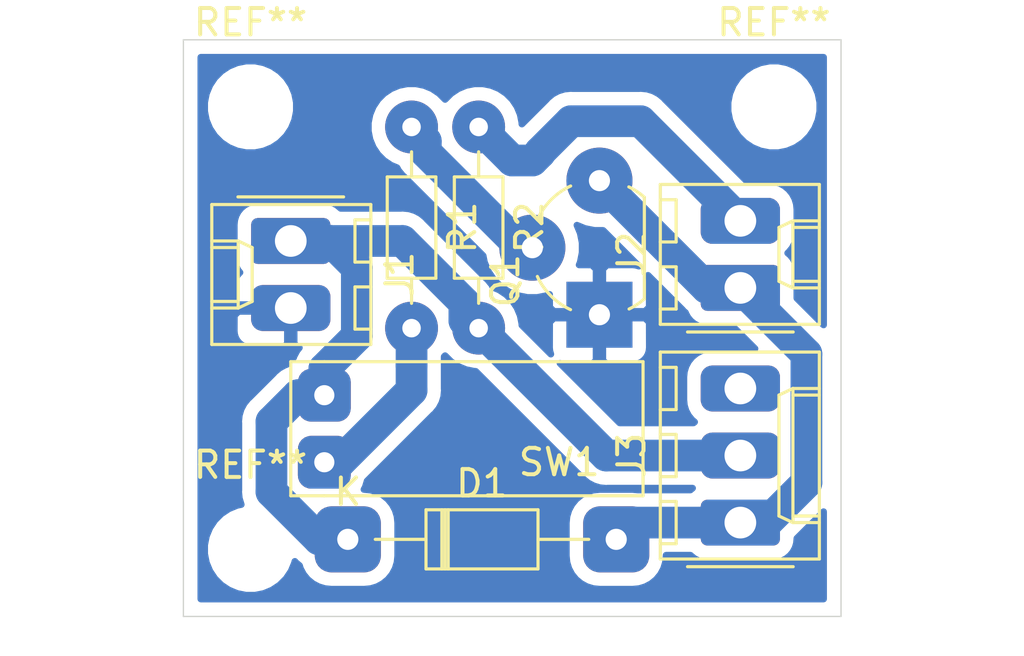
<source format=kicad_pcb>
(kicad_pcb (version 20171130) (host pcbnew 5.1.5+dfsg1-2build2)

  (general
    (thickness 1.6)
    (drawings 4)
    (tracks 42)
    (zones 0)
    (modules 11)
    (nets 8)
  )

  (page A4)
  (layers
    (0 F.Cu signal)
    (31 B.Cu signal)
    (32 B.Adhes user)
    (33 F.Adhes user)
    (34 B.Paste user)
    (35 F.Paste user)
    (36 B.SilkS user)
    (37 F.SilkS user)
    (38 B.Mask user)
    (39 F.Mask user)
    (40 Dwgs.User user)
    (41 Cmts.User user)
    (42 Eco1.User user)
    (43 Eco2.User user)
    (44 Edge.Cuts user)
    (45 Margin user)
    (46 B.CrtYd user)
    (47 F.CrtYd user)
    (48 B.Fab user)
    (49 F.Fab user)
  )

  (setup
    (last_trace_width 1.2)
    (trace_clearance 0.4)
    (zone_clearance 0.508)
    (zone_45_only no)
    (trace_min 0.2)
    (via_size 0.8)
    (via_drill 0.4)
    (via_min_size 0.4)
    (via_min_drill 0.3)
    (uvia_size 0.3)
    (uvia_drill 0.1)
    (uvias_allowed no)
    (uvia_min_size 0.2)
    (uvia_min_drill 0.1)
    (edge_width 0.05)
    (segment_width 0.2)
    (pcb_text_width 0.3)
    (pcb_text_size 1.5 1.5)
    (mod_edge_width 0.12)
    (mod_text_size 1 1)
    (mod_text_width 0.15)
    (pad_size 2.5 2.5)
    (pad_drill 0.8)
    (pad_to_mask_clearance 0.051)
    (solder_mask_min_width 0.25)
    (aux_axis_origin 56.642 73.787)
    (grid_origin 56.642 73.787)
    (visible_elements FFFFFF7F)
    (pcbplotparams
      (layerselection 0x010fc_ffffffff)
      (usegerberextensions false)
      (usegerberattributes false)
      (usegerberadvancedattributes false)
      (creategerberjobfile false)
      (excludeedgelayer true)
      (linewidth 0.100000)
      (plotframeref false)
      (viasonmask false)
      (mode 1)
      (useauxorigin true)
      (hpglpennumber 1)
      (hpglpenspeed 20)
      (hpglpendiameter 15.000000)
      (psnegative false)
      (psa4output false)
      (plotreference true)
      (plotvalue true)
      (plotinvisibletext false)
      (padsonsilk false)
      (subtractmaskfromsilk false)
      (outputformat 1)
      (mirror false)
      (drillshape 0)
      (scaleselection 1)
      (outputdirectory "gerber"))
  )

  (net 0 "")
  (net 1 "Net-(D1-Pad1)")
  (net 2 "Net-(D1-Pad2)")
  (net 3 GND)
  (net 4 "Net-(J2-Pad2)")
  (net 5 "Net-(J3-Pad3)")
  (net 6 "Net-(R1-Pad2)")
  (net 7 "Net-(Q1-Pad2)")

  (net_class Default "Ceci est la Netclass par défaut."
    (clearance 0.4)
    (trace_width 1.2)
    (via_dia 0.8)
    (via_drill 0.4)
    (uvia_dia 0.3)
    (uvia_drill 0.1)
    (add_net GND)
    (add_net "Net-(D1-Pad1)")
    (add_net "Net-(D1-Pad2)")
    (add_net "Net-(J2-Pad2)")
    (add_net "Net-(J3-Pad3)")
    (add_net "Net-(Q1-Pad2)")
    (add_net "Net-(R1-Pad2)")
  )

  (module Package_TO_SOT_THT:TO-92L_Wide (layer F.Cu) (tedit 5FA5C137) (tstamp 5FA0D026)
    (at 72.39 84.201 90)
    (descr "TO-92L leads in-line (large body variant of TO-92), also known as TO-226, wide, drill 0.75mm (see https://www.diodes.com/assets/Package-Files/TO92L.pdf and http://www.ti.com/lit/an/snoa059/snoa059.pdf)")
    (tags "TO-92L Molded Wide transistor")
    (path /5FA47A23)
    (fp_text reference Q1 (at 1.29 -3.56 90) (layer F.SilkS)
      (effects (font (size 1 1) (thickness 0.15)))
    )
    (fp_text value Q_NPN_Darlington_EBC (at 1.29 2.79 90) (layer F.Fab)
      (effects (font (size 1 1) (thickness 0.15)))
    )
    (fp_arc (start 2.54 0) (end 4.45 1.7) (angle -15.88591585) (layer F.SilkS) (width 0.12))
    (fp_arc (start 2.54 0) (end 2.54 -2.48) (angle -130.2499344) (layer F.Fab) (width 0.1))
    (fp_arc (start 2.54 0) (end 2.54 -2.48) (angle 129.9527847) (layer F.Fab) (width 0.1))
    (fp_arc (start 2.54 0) (end 3.6 -2.35) (angle 40.72153779) (layer F.SilkS) (width 0.12))
    (fp_arc (start 2.54 0) (end 1.45 -2.35) (angle -40.11670855) (layer F.SilkS) (width 0.12))
    (fp_arc (start 2.54 0) (end 0.6 1.7) (angle 15.44288892) (layer F.SilkS) (width 0.12))
    (fp_line (start 0.65 1.6) (end 4.4 1.6) (layer F.Fab) (width 0.1))
    (fp_line (start 0.6 1.7) (end 4.45 1.7) (layer F.SilkS) (width 0.12))
    (fp_text user %R (at 1.29 -3.56 90) (layer F.Fab)
      (effects (font (size 1 1) (thickness 0.15)))
    )
    (fp_line (start -1 1.85) (end 6.1 1.85) (layer B.CrtYd) (width 0.05))
    (fp_line (start 6.1 1.85) (end 6.1 -3.55) (layer B.CrtYd) (width 0.05))
    (fp_line (start 6.1 -3.55) (end -1 -3.55) (layer B.CrtYd) (width 0.05))
    (fp_line (start -1 -3.55) (end -1 1.85) (layer B.CrtYd) (width 0.05))
    (pad 1 thru_hole rect (at 0 0 180) (size 2.5 2.5) (drill 0.8) (layers *.Cu *.Mask)
      (net 3 GND))
    (pad 3 thru_hole circle (at 5.08 0 180) (size 2.5 2.5) (drill 0.8) (layers *.Cu *.Mask)
      (net 2 "Net-(D1-Pad2)"))
    (pad 2 thru_hole circle (at 2.54 -2.54 180) (size 2.5 2.5) (drill 0.8) (layers *.Cu *.Mask)
      (net 7 "Net-(Q1-Pad2)"))
    (model ${KISYS3DMOD}/Package_TO_SOT_THT.3dshapes/TO-92L_Wide.wrl
      (at (xyz 0 0 0))
      (scale (xyz 1 1 1))
      (rotate (xyz 0 0 0))
    )
  )

  (module MountingHole:MountingHole_2.2mm_M2 (layer F.Cu) (tedit 56D1B4CB) (tstamp 5FA6161D)
    (at 78.994 76.327)
    (descr "Mounting Hole 2.2mm, no annular, M2")
    (tags "mounting hole 2.2mm no annular m2")
    (attr virtual)
    (fp_text reference REF** (at 0 -3.2) (layer F.SilkS)
      (effects (font (size 1 1) (thickness 0.15)))
    )
    (fp_text value MountingHole_2.2mm_M2 (at 0 3.2) (layer F.Fab)
      (effects (font (size 1 1) (thickness 0.15)))
    )
    (fp_circle (center 0 0) (end 2.45 0) (layer F.CrtYd) (width 0.05))
    (fp_circle (center 0 0) (end 2.2 0) (layer Cmts.User) (width 0.15))
    (fp_text user %R (at 0.3 0) (layer F.Fab)
      (effects (font (size 1 1) (thickness 0.15)))
    )
    (pad 1 np_thru_hole circle (at 0 0) (size 2.2 2.2) (drill 2.2) (layers *.Cu *.Mask))
  )

  (module MountingHole:MountingHole_2.2mm_M2 (layer F.Cu) (tedit 56D1B4CB) (tstamp 5FA61607)
    (at 59.182 93.091)
    (descr "Mounting Hole 2.2mm, no annular, M2")
    (tags "mounting hole 2.2mm no annular m2")
    (attr virtual)
    (fp_text reference REF** (at 0 -3.2) (layer F.SilkS)
      (effects (font (size 1 1) (thickness 0.15)))
    )
    (fp_text value MountingHole_2.2mm_M2 (at 0 3.2) (layer F.Fab)
      (effects (font (size 1 1) (thickness 0.15)))
    )
    (fp_circle (center 0 0) (end 2.45 0) (layer F.CrtYd) (width 0.05))
    (fp_circle (center 0 0) (end 2.2 0) (layer Cmts.User) (width 0.15))
    (fp_text user %R (at 0.3 0) (layer F.Fab)
      (effects (font (size 1 1) (thickness 0.15)))
    )
    (pad 1 np_thru_hole circle (at 0 0) (size 2.2 2.2) (drill 2.2) (layers *.Cu *.Mask))
  )

  (module MountingHole:MountingHole_2.2mm_M2 (layer F.Cu) (tedit 56D1B4CB) (tstamp 5FA615E8)
    (at 59.182 76.327)
    (descr "Mounting Hole 2.2mm, no annular, M2")
    (tags "mounting hole 2.2mm no annular m2")
    (attr virtual)
    (fp_text reference REF** (at 0 -3.2) (layer F.SilkS)
      (effects (font (size 1 1) (thickness 0.15)))
    )
    (fp_text value MountingHole_2.2mm_M2 (at 0 3.2) (layer F.Fab)
      (effects (font (size 1 1) (thickness 0.15)))
    )
    (fp_circle (center 0 0) (end 2.45 0) (layer F.CrtYd) (width 0.05))
    (fp_circle (center 0 0) (end 2.2 0) (layer Cmts.User) (width 0.15))
    (fp_text user %R (at 0.3 0) (layer F.Fab)
      (effects (font (size 1 1) (thickness 0.15)))
    )
    (pad 1 np_thru_hole circle (at 0 0) (size 2.2 2.2) (drill 2.2) (layers *.Cu *.Mask))
  )

  (module Diode_THT:D_DO-35_SOD27_P10.16mm_Horizontal (layer F.Cu) (tedit 5FA5C03D) (tstamp 5FA0C1CC)
    (at 62.865 92.71)
    (descr "Diode, DO-35_SOD27 series, Axial, Horizontal, pin pitch=10.16mm, , length*diameter=4*2mm^2, , http://www.diodes.com/_files/packages/DO-35.pdf")
    (tags "Diode DO-35_SOD27 series Axial Horizontal pin pitch 10.16mm  length 4mm diameter 2mm")
    (path /5FA1C13D)
    (fp_text reference D1 (at 5.08 -2.12) (layer F.SilkS)
      (effects (font (size 1 1) (thickness 0.15)))
    )
    (fp_text value D (at 5.08 2.12) (layer F.Fab)
      (effects (font (size 1 1) (thickness 0.15)))
    )
    (fp_line (start 3.08 -1) (end 3.08 1) (layer F.Fab) (width 0.1))
    (fp_line (start 3.08 1) (end 7.08 1) (layer F.Fab) (width 0.1))
    (fp_line (start 7.08 1) (end 7.08 -1) (layer F.Fab) (width 0.1))
    (fp_line (start 7.08 -1) (end 3.08 -1) (layer F.Fab) (width 0.1))
    (fp_line (start 0 0) (end 3.08 0) (layer F.Fab) (width 0.1))
    (fp_line (start 10.16 0) (end 7.08 0) (layer F.Fab) (width 0.1))
    (fp_line (start 3.68 -1) (end 3.68 1) (layer F.Fab) (width 0.1))
    (fp_line (start 3.78 -1) (end 3.78 1) (layer F.Fab) (width 0.1))
    (fp_line (start 3.58 -1) (end 3.58 1) (layer F.Fab) (width 0.1))
    (fp_line (start 2.96 -1.12) (end 2.96 1.12) (layer F.SilkS) (width 0.12))
    (fp_line (start 2.96 1.12) (end 7.2 1.12) (layer F.SilkS) (width 0.12))
    (fp_line (start 7.2 1.12) (end 7.2 -1.12) (layer F.SilkS) (width 0.12))
    (fp_line (start 7.2 -1.12) (end 2.96 -1.12) (layer F.SilkS) (width 0.12))
    (fp_line (start 1.04 0) (end 2.96 0) (layer F.SilkS) (width 0.12))
    (fp_line (start 9.12 0) (end 7.2 0) (layer F.SilkS) (width 0.12))
    (fp_line (start 3.68 -1.12) (end 3.68 1.12) (layer F.SilkS) (width 0.12))
    (fp_line (start 3.8 -1.12) (end 3.8 1.12) (layer F.SilkS) (width 0.12))
    (fp_line (start 3.56 -1.12) (end 3.56 1.12) (layer F.SilkS) (width 0.12))
    (fp_line (start -1.05 -1.25) (end -1.05 1.25) (layer F.CrtYd) (width 0.05))
    (fp_line (start -1.05 1.25) (end 11.21 1.25) (layer F.CrtYd) (width 0.05))
    (fp_line (start 11.21 1.25) (end 11.21 -1.25) (layer F.CrtYd) (width 0.05))
    (fp_line (start 11.21 -1.25) (end -1.05 -1.25) (layer F.CrtYd) (width 0.05))
    (fp_text user %R (at 5.38 0) (layer F.Fab)
      (effects (font (size 0.8 0.8) (thickness 0.12)))
    )
    (fp_text user K (at 0 -1.8) (layer F.Fab)
      (effects (font (size 1 1) (thickness 0.15)))
    )
    (fp_text user K (at 0 -1.8) (layer F.SilkS)
      (effects (font (size 1 1) (thickness 0.15)))
    )
    (pad 1 thru_hole roundrect (at 0 0) (size 2.5 2.5) (drill 0.8) (layers *.Cu *.Mask) (roundrect_rratio 0.25)
      (net 1 "Net-(D1-Pad1)"))
    (pad 2 thru_hole roundrect (at 10.16 0) (size 2.5 2.5) (drill 0.8) (layers *.Cu *.Mask) (roundrect_rratio 0.25)
      (net 2 "Net-(D1-Pad2)"))
    (model ${KISYS3DMOD}/Diode_THT.3dshapes/D_DO-35_SOD27_P10.16mm_Horizontal.wrl
      (at (xyz 0 0 0))
      (scale (xyz 1 1 1))
      (rotate (xyz 0 0 0))
    )
  )

  (module Connector_Molex:Molex_KK-254_AE-6410-02A_1x02_P2.54mm_Vertical (layer F.Cu) (tedit 5FA5C082) (tstamp 5FA0C1F0)
    (at 60.706 81.407 270)
    (descr "Molex KK-254 Interconnect System, old/engineering part number: AE-6410-02A example for new part number: 22-27-2021, 2 Pins (http://www.molex.com/pdm_docs/sd/022272021_sd.pdf), generated with kicad-footprint-generator")
    (tags "connector Molex KK-254 side entry")
    (path /5FA0676E)
    (fp_text reference J1 (at 1.27 -4.12 90) (layer F.SilkS)
      (effects (font (size 1 1) (thickness 0.15)))
    )
    (fp_text value Battery (at 1.27 4.08 90) (layer F.Fab)
      (effects (font (size 1 1) (thickness 0.15)))
    )
    (fp_line (start -1.27 -2.92) (end -1.27 2.88) (layer F.Fab) (width 0.1))
    (fp_line (start -1.27 2.88) (end 3.81 2.88) (layer F.Fab) (width 0.1))
    (fp_line (start 3.81 2.88) (end 3.81 -2.92) (layer F.Fab) (width 0.1))
    (fp_line (start 3.81 -2.92) (end -1.27 -2.92) (layer F.Fab) (width 0.1))
    (fp_line (start -1.38 -3.03) (end -1.38 2.99) (layer F.SilkS) (width 0.12))
    (fp_line (start -1.38 2.99) (end 3.92 2.99) (layer F.SilkS) (width 0.12))
    (fp_line (start 3.92 2.99) (end 3.92 -3.03) (layer F.SilkS) (width 0.12))
    (fp_line (start 3.92 -3.03) (end -1.38 -3.03) (layer F.SilkS) (width 0.12))
    (fp_line (start -1.67 -2) (end -1.67 2) (layer F.SilkS) (width 0.12))
    (fp_line (start -1.27 -0.5) (end -0.562893 0) (layer F.Fab) (width 0.1))
    (fp_line (start -0.562893 0) (end -1.27 0.5) (layer F.Fab) (width 0.1))
    (fp_line (start 0 2.99) (end 0 1.99) (layer F.SilkS) (width 0.12))
    (fp_line (start 0 1.99) (end 2.54 1.99) (layer F.SilkS) (width 0.12))
    (fp_line (start 2.54 1.99) (end 2.54 2.99) (layer F.SilkS) (width 0.12))
    (fp_line (start 0 1.99) (end 0.25 1.46) (layer F.SilkS) (width 0.12))
    (fp_line (start 0.25 1.46) (end 2.29 1.46) (layer F.SilkS) (width 0.12))
    (fp_line (start 2.29 1.46) (end 2.54 1.99) (layer F.SilkS) (width 0.12))
    (fp_line (start 0.25 2.99) (end 0.25 1.99) (layer F.SilkS) (width 0.12))
    (fp_line (start 2.29 2.99) (end 2.29 1.99) (layer F.SilkS) (width 0.12))
    (fp_line (start -0.8 -3.03) (end -0.8 -2.43) (layer F.SilkS) (width 0.12))
    (fp_line (start -0.8 -2.43) (end 0.8 -2.43) (layer F.SilkS) (width 0.12))
    (fp_line (start 0.8 -2.43) (end 0.8 -3.03) (layer F.SilkS) (width 0.12))
    (fp_line (start 1.74 -3.03) (end 1.74 -2.43) (layer F.SilkS) (width 0.12))
    (fp_line (start 1.74 -2.43) (end 3.34 -2.43) (layer F.SilkS) (width 0.12))
    (fp_line (start 3.34 -2.43) (end 3.34 -3.03) (layer F.SilkS) (width 0.12))
    (fp_line (start -1.77 -3.42) (end -1.77 3.38) (layer F.CrtYd) (width 0.05))
    (fp_line (start -1.77 3.38) (end 4.31 3.38) (layer F.CrtYd) (width 0.05))
    (fp_line (start 4.31 3.38) (end 4.31 -3.42) (layer F.CrtYd) (width 0.05))
    (fp_line (start 4.31 -3.42) (end -1.77 -3.42) (layer F.CrtYd) (width 0.05))
    (fp_text user %R (at 1.27 -2.22 90) (layer F.Fab)
      (effects (font (size 1 1) (thickness 0.15)))
    )
    (pad 1 thru_hole roundrect (at 0 0 270) (size 1.74 3) (drill 1.2) (layers *.Cu *.Mask) (roundrect_rratio 0.144)
      (net 1 "Net-(D1-Pad1)"))
    (pad 2 thru_hole roundrect (at 2.54 0 270) (size 1.74 3) (drill 1.2) (layers *.Cu *.Mask) (roundrect_rratio 0.25)
      (net 3 GND))
    (model ${KISYS3DMOD}/Connector_Molex.3dshapes/Molex_KK-254_AE-6410-02A_1x02_P2.54mm_Vertical.wrl
      (at (xyz 0 0 0))
      (scale (xyz 1 1 1))
      (rotate (xyz 0 0 0))
    )
  )

  (module Connector_Molex:Molex_KK-254_AE-6410-02A_1x02_P2.54mm_Vertical (layer F.Cu) (tedit 5FA5C06E) (tstamp 5FA0C214)
    (at 77.724 83.185 90)
    (descr "Molex KK-254 Interconnect System, old/engineering part number: AE-6410-02A example for new part number: 22-27-2021, 2 Pins (http://www.molex.com/pdm_docs/sd/022272021_sd.pdf), generated with kicad-footprint-generator")
    (tags "connector Molex KK-254 side entry")
    (path /5FA07073)
    (fp_text reference J2 (at 1.27 -4.12 90) (layer F.SilkS)
      (effects (font (size 1 1) (thickness 0.15)))
    )
    (fp_text value LED (at 1.27 4.08 90) (layer F.Fab)
      (effects (font (size 1 1) (thickness 0.15)))
    )
    (fp_text user %R (at 1.27 -2.22 90) (layer F.Fab)
      (effects (font (size 1 1) (thickness 0.15)))
    )
    (fp_line (start 4.31 -3.42) (end -1.77 -3.42) (layer F.CrtYd) (width 0.05))
    (fp_line (start 4.31 3.38) (end 4.31 -3.42) (layer F.CrtYd) (width 0.05))
    (fp_line (start -1.77 3.38) (end 4.31 3.38) (layer F.CrtYd) (width 0.05))
    (fp_line (start -1.77 -3.42) (end -1.77 3.38) (layer F.CrtYd) (width 0.05))
    (fp_line (start 3.34 -2.43) (end 3.34 -3.03) (layer F.SilkS) (width 0.12))
    (fp_line (start 1.74 -2.43) (end 3.34 -2.43) (layer F.SilkS) (width 0.12))
    (fp_line (start 1.74 -3.03) (end 1.74 -2.43) (layer F.SilkS) (width 0.12))
    (fp_line (start 0.8 -2.43) (end 0.8 -3.03) (layer F.SilkS) (width 0.12))
    (fp_line (start -0.8 -2.43) (end 0.8 -2.43) (layer F.SilkS) (width 0.12))
    (fp_line (start -0.8 -3.03) (end -0.8 -2.43) (layer F.SilkS) (width 0.12))
    (fp_line (start 2.29 2.99) (end 2.29 1.99) (layer F.SilkS) (width 0.12))
    (fp_line (start 0.25 2.99) (end 0.25 1.99) (layer F.SilkS) (width 0.12))
    (fp_line (start 2.29 1.46) (end 2.54 1.99) (layer F.SilkS) (width 0.12))
    (fp_line (start 0.25 1.46) (end 2.29 1.46) (layer F.SilkS) (width 0.12))
    (fp_line (start 0 1.99) (end 0.25 1.46) (layer F.SilkS) (width 0.12))
    (fp_line (start 2.54 1.99) (end 2.54 2.99) (layer F.SilkS) (width 0.12))
    (fp_line (start 0 1.99) (end 2.54 1.99) (layer F.SilkS) (width 0.12))
    (fp_line (start 0 2.99) (end 0 1.99) (layer F.SilkS) (width 0.12))
    (fp_line (start -0.562893 0) (end -1.27 0.5) (layer F.Fab) (width 0.1))
    (fp_line (start -1.27 -0.5) (end -0.562893 0) (layer F.Fab) (width 0.1))
    (fp_line (start -1.67 -2) (end -1.67 2) (layer F.SilkS) (width 0.12))
    (fp_line (start 3.92 -3.03) (end -1.38 -3.03) (layer F.SilkS) (width 0.12))
    (fp_line (start 3.92 2.99) (end 3.92 -3.03) (layer F.SilkS) (width 0.12))
    (fp_line (start -1.38 2.99) (end 3.92 2.99) (layer F.SilkS) (width 0.12))
    (fp_line (start -1.38 -3.03) (end -1.38 2.99) (layer F.SilkS) (width 0.12))
    (fp_line (start 3.81 -2.92) (end -1.27 -2.92) (layer F.Fab) (width 0.1))
    (fp_line (start 3.81 2.88) (end 3.81 -2.92) (layer F.Fab) (width 0.1))
    (fp_line (start -1.27 2.88) (end 3.81 2.88) (layer F.Fab) (width 0.1))
    (fp_line (start -1.27 -2.92) (end -1.27 2.88) (layer F.Fab) (width 0.1))
    (pad 2 thru_hole roundrect (at 2.54 0 90) (size 1.74 3) (drill 1.2) (layers *.Cu *.Mask) (roundrect_rratio 0.25)
      (net 4 "Net-(J2-Pad2)"))
    (pad 1 thru_hole roundrect (at 0 0 90) (size 1.74 3) (drill 1.2) (layers *.Cu *.Mask) (roundrect_rratio 0.144)
      (net 2 "Net-(D1-Pad2)"))
    (model ${KISYS3DMOD}/Connector_Molex.3dshapes/Molex_KK-254_AE-6410-02A_1x02_P2.54mm_Vertical.wrl
      (at (xyz 0 0 0))
      (scale (xyz 1 1 1))
      (rotate (xyz 0 0 0))
    )
  )

  (module Connector_Molex:Molex_KK-254_AE-6410-03A_1x03_P2.54mm_Vertical (layer F.Cu) (tedit 5FA5C078) (tstamp 5FA0C23C)
    (at 77.724 92.075 90)
    (descr "Molex KK-254 Interconnect System, old/engineering part number: AE-6410-03A example for new part number: 22-27-2031, 3 Pins (http://www.molex.com/pdm_docs/sd/022272021_sd.pdf), generated with kicad-footprint-generator")
    (tags "connector Molex KK-254 side entry")
    (path /5FA07A2A)
    (fp_text reference J3 (at 2.54 -4.12 90) (layer F.SilkS)
      (effects (font (size 1 1) (thickness 0.15)))
    )
    (fp_text value "DC Motor" (at 2.54 4.08 90) (layer F.Fab)
      (effects (font (size 1 1) (thickness 0.15)))
    )
    (fp_line (start -1.27 -2.92) (end -1.27 2.88) (layer F.Fab) (width 0.1))
    (fp_line (start -1.27 2.88) (end 6.35 2.88) (layer F.Fab) (width 0.1))
    (fp_line (start 6.35 2.88) (end 6.35 -2.92) (layer F.Fab) (width 0.1))
    (fp_line (start 6.35 -2.92) (end -1.27 -2.92) (layer F.Fab) (width 0.1))
    (fp_line (start -1.38 -3.03) (end -1.38 2.99) (layer F.SilkS) (width 0.12))
    (fp_line (start -1.38 2.99) (end 6.46 2.99) (layer F.SilkS) (width 0.12))
    (fp_line (start 6.46 2.99) (end 6.46 -3.03) (layer F.SilkS) (width 0.12))
    (fp_line (start 6.46 -3.03) (end -1.38 -3.03) (layer F.SilkS) (width 0.12))
    (fp_line (start -1.67 -2) (end -1.67 2) (layer F.SilkS) (width 0.12))
    (fp_line (start -1.27 -0.5) (end -0.562893 0) (layer F.Fab) (width 0.1))
    (fp_line (start -0.562893 0) (end -1.27 0.5) (layer F.Fab) (width 0.1))
    (fp_line (start 0 2.99) (end 0 1.99) (layer F.SilkS) (width 0.12))
    (fp_line (start 0 1.99) (end 5.08 1.99) (layer F.SilkS) (width 0.12))
    (fp_line (start 5.08 1.99) (end 5.08 2.99) (layer F.SilkS) (width 0.12))
    (fp_line (start 0 1.99) (end 0.25 1.46) (layer F.SilkS) (width 0.12))
    (fp_line (start 0.25 1.46) (end 4.83 1.46) (layer F.SilkS) (width 0.12))
    (fp_line (start 4.83 1.46) (end 5.08 1.99) (layer F.SilkS) (width 0.12))
    (fp_line (start 0.25 2.99) (end 0.25 1.99) (layer F.SilkS) (width 0.12))
    (fp_line (start 4.83 2.99) (end 4.83 1.99) (layer F.SilkS) (width 0.12))
    (fp_line (start -0.8 -3.03) (end -0.8 -2.43) (layer F.SilkS) (width 0.12))
    (fp_line (start -0.8 -2.43) (end 0.8 -2.43) (layer F.SilkS) (width 0.12))
    (fp_line (start 0.8 -2.43) (end 0.8 -3.03) (layer F.SilkS) (width 0.12))
    (fp_line (start 1.74 -3.03) (end 1.74 -2.43) (layer F.SilkS) (width 0.12))
    (fp_line (start 1.74 -2.43) (end 3.34 -2.43) (layer F.SilkS) (width 0.12))
    (fp_line (start 3.34 -2.43) (end 3.34 -3.03) (layer F.SilkS) (width 0.12))
    (fp_line (start 4.28 -3.03) (end 4.28 -2.43) (layer F.SilkS) (width 0.12))
    (fp_line (start 4.28 -2.43) (end 5.88 -2.43) (layer F.SilkS) (width 0.12))
    (fp_line (start 5.88 -2.43) (end 5.88 -3.03) (layer F.SilkS) (width 0.12))
    (fp_line (start -1.77 -3.42) (end -1.77 3.38) (layer F.CrtYd) (width 0.05))
    (fp_line (start -1.77 3.38) (end 6.85 3.38) (layer F.CrtYd) (width 0.05))
    (fp_line (start 6.85 3.38) (end 6.85 -3.42) (layer F.CrtYd) (width 0.05))
    (fp_line (start 6.85 -3.42) (end -1.77 -3.42) (layer F.CrtYd) (width 0.05))
    (fp_text user %R (at 2.54 -2.22 90) (layer F.Fab)
      (effects (font (size 1 1) (thickness 0.15)))
    )
    (pad 1 thru_hole roundrect (at 0 0 90) (size 1.74 3) (drill 1.2) (layers *.Cu *.Mask) (roundrect_rratio 0.144)
      (net 2 "Net-(D1-Pad2)"))
    (pad 2 thru_hole roundrect (at 2.54 0 90) (size 1.74 3) (drill 1.2) (layers *.Cu *.Mask) (roundrect_rratio 0.25)
      (net 1 "Net-(D1-Pad1)"))
    (pad 3 thru_hole roundrect (at 5.08 0 90) (size 1.74 3) (drill 1.2) (layers *.Cu *.Mask) (roundrect_rratio 0.25)
      (net 5 "Net-(J3-Pad3)"))
    (model ${KISYS3DMOD}/Connector_Molex.3dshapes/Molex_KK-254_AE-6410-03A_1x03_P2.54mm_Vertical.wrl
      (at (xyz 0 0 0))
      (scale (xyz 1 1 1))
      (rotate (xyz 0 0 0))
    )
  )

  (module Resistor_THT:R_Axial_DIN0204_L3.6mm_D1.6mm_P7.62mm_Horizontal (layer F.Cu) (tedit 5FA5C09B) (tstamp 5FA0C26D)
    (at 65.278 77.089 270)
    (descr "Resistor, Axial_DIN0204 series, Axial, Horizontal, pin pitch=7.62mm, 0.167W, length*diameter=3.6*1.6mm^2, http://cdn-reichelt.de/documents/datenblatt/B400/1_4W%23YAG.pdf")
    (tags "Resistor Axial_DIN0204 series Axial Horizontal pin pitch 7.62mm 0.167W length 3.6mm diameter 1.6mm")
    (path /5FA0DF2F)
    (fp_text reference R1 (at 3.81 -1.92 90) (layer F.SilkS)
      (effects (font (size 1 1) (thickness 0.15)))
    )
    (fp_text value 2.2k (at 3.81 1.92 90) (layer F.Fab)
      (effects (font (size 1 1) (thickness 0.15)))
    )
    (fp_text user %R (at 3.81 0 90) (layer F.Fab)
      (effects (font (size 0.72 0.72) (thickness 0.108)))
    )
    (fp_line (start 8.57 -1.05) (end -0.95 -1.05) (layer F.CrtYd) (width 0.05))
    (fp_line (start 8.57 1.05) (end 8.57 -1.05) (layer F.CrtYd) (width 0.05))
    (fp_line (start -0.95 1.05) (end 8.57 1.05) (layer F.CrtYd) (width 0.05))
    (fp_line (start -0.95 -1.05) (end -0.95 1.05) (layer F.CrtYd) (width 0.05))
    (fp_line (start 6.68 0) (end 5.73 0) (layer F.SilkS) (width 0.12))
    (fp_line (start 0.94 0) (end 1.89 0) (layer F.SilkS) (width 0.12))
    (fp_line (start 5.73 -0.92) (end 1.89 -0.92) (layer F.SilkS) (width 0.12))
    (fp_line (start 5.73 0.92) (end 5.73 -0.92) (layer F.SilkS) (width 0.12))
    (fp_line (start 1.89 0.92) (end 5.73 0.92) (layer F.SilkS) (width 0.12))
    (fp_line (start 1.89 -0.92) (end 1.89 0.92) (layer F.SilkS) (width 0.12))
    (fp_line (start 7.62 0) (end 5.61 0) (layer F.Fab) (width 0.1))
    (fp_line (start 0 0) (end 2.01 0) (layer F.Fab) (width 0.1))
    (fp_line (start 5.61 -0.8) (end 2.01 -0.8) (layer F.Fab) (width 0.1))
    (fp_line (start 5.61 0.8) (end 5.61 -0.8) (layer F.Fab) (width 0.1))
    (fp_line (start 2.01 0.8) (end 5.61 0.8) (layer F.Fab) (width 0.1))
    (fp_line (start 2.01 -0.8) (end 2.01 0.8) (layer F.Fab) (width 0.1))
    (pad 2 thru_hole oval (at 7.62 0 270) (size 2 2) (drill 0.7) (layers *.Cu *.Mask)
      (net 6 "Net-(R1-Pad2)"))
    (pad 1 thru_hole circle (at 0 0 270) (size 2 2) (drill 0.7) (layers *.Cu *.Mask)
      (net 7 "Net-(Q1-Pad2)"))
    (model ${KISYS3DMOD}/Resistor_THT.3dshapes/R_Axial_DIN0204_L3.6mm_D1.6mm_P7.62mm_Horizontal.wrl
      (at (xyz 0 0 0))
      (scale (xyz 1 1 1))
      (rotate (xyz 0 0 0))
    )
  )

  (module Resistor_THT:R_Axial_DIN0204_L3.6mm_D1.6mm_P7.62mm_Horizontal (layer F.Cu) (tedit 5FA5C09F) (tstamp 5FA0C284)
    (at 67.818 77.089 270)
    (descr "Resistor, Axial_DIN0204 series, Axial, Horizontal, pin pitch=7.62mm, 0.167W, length*diameter=3.6*1.6mm^2, http://cdn-reichelt.de/documents/datenblatt/B400/1_4W%23YAG.pdf")
    (tags "Resistor Axial_DIN0204 series Axial Horizontal pin pitch 7.62mm 0.167W length 3.6mm diameter 1.6mm")
    (path /5FA12417)
    (fp_text reference R2 (at 3.81 -1.92 90) (layer F.SilkS)
      (effects (font (size 1 1) (thickness 0.15)))
    )
    (fp_text value 47 (at 3.81 1.92 90) (layer F.Fab)
      (effects (font (size 1 1) (thickness 0.15)))
    )
    (fp_line (start 2.01 -0.8) (end 2.01 0.8) (layer F.Fab) (width 0.1))
    (fp_line (start 2.01 0.8) (end 5.61 0.8) (layer F.Fab) (width 0.1))
    (fp_line (start 5.61 0.8) (end 5.61 -0.8) (layer F.Fab) (width 0.1))
    (fp_line (start 5.61 -0.8) (end 2.01 -0.8) (layer F.Fab) (width 0.1))
    (fp_line (start 0 0) (end 2.01 0) (layer F.Fab) (width 0.1))
    (fp_line (start 7.62 0) (end 5.61 0) (layer F.Fab) (width 0.1))
    (fp_line (start 1.89 -0.92) (end 1.89 0.92) (layer F.SilkS) (width 0.12))
    (fp_line (start 1.89 0.92) (end 5.73 0.92) (layer F.SilkS) (width 0.12))
    (fp_line (start 5.73 0.92) (end 5.73 -0.92) (layer F.SilkS) (width 0.12))
    (fp_line (start 5.73 -0.92) (end 1.89 -0.92) (layer F.SilkS) (width 0.12))
    (fp_line (start 0.94 0) (end 1.89 0) (layer F.SilkS) (width 0.12))
    (fp_line (start 6.68 0) (end 5.73 0) (layer F.SilkS) (width 0.12))
    (fp_line (start -0.95 -1.05) (end -0.95 1.05) (layer F.CrtYd) (width 0.05))
    (fp_line (start -0.95 1.05) (end 8.57 1.05) (layer F.CrtYd) (width 0.05))
    (fp_line (start 8.57 1.05) (end 8.57 -1.05) (layer F.CrtYd) (width 0.05))
    (fp_line (start 8.57 -1.05) (end -0.95 -1.05) (layer F.CrtYd) (width 0.05))
    (fp_text user %R (at 3.81 0 90) (layer F.Fab)
      (effects (font (size 0.72 0.72) (thickness 0.108)))
    )
    (pad 1 thru_hole circle (at 0 0 270) (size 2 2) (drill 0.7) (layers *.Cu *.Mask)
      (net 4 "Net-(J2-Pad2)"))
    (pad 2 thru_hole oval (at 7.62 0 270) (size 2 2) (drill 0.7) (layers *.Cu *.Mask)
      (net 1 "Net-(D1-Pad1)"))
    (model ${KISYS3DMOD}/Resistor_THT.3dshapes/R_Axial_DIN0204_L3.6mm_D1.6mm_P7.62mm_Horizontal.wrl
      (at (xyz 0 0 0))
      (scale (xyz 1 1 1))
      (rotate (xyz 0 0 0))
    )
  )

  (module "lighthouse:Mercury tilt switch" (layer F.Cu) (tedit 5FA5BE72) (tstamp 5FA61166)
    (at 61.976 87.249)
    (path /5FA08DEA)
    (fp_text reference SW1 (at 8.89 2.54) (layer F.SilkS)
      (effects (font (size 1 1) (thickness 0.15)))
    )
    (fp_text value "Tilt switch" (at 5.08 -2.54) (layer F.Fab)
      (effects (font (size 1 1) (thickness 0.15)))
    )
    (fp_line (start 12.065 3.81) (end 0 3.81) (layer F.SilkS) (width 0.12))
    (fp_line (start 12.065 3.81) (end 12.065 -1.27) (layer F.SilkS) (width 0.12))
    (fp_line (start 12.065 -1.27) (end 0 -1.27) (layer F.SilkS) (width 0.12))
    (fp_line (start 0 3.81) (end -1.27 3.81) (layer F.SilkS) (width 0.12))
    (fp_line (start -1.27 -1.27) (end 0 -1.27) (layer F.SilkS) (width 0.12))
    (fp_line (start -1.27 -1.27) (end -1.27 3.81) (layer F.SilkS) (width 0.12))
    (pad 1 thru_hole roundrect (at 0 0) (size 2 2) (drill 0.762) (layers *.Cu *.Mask) (roundrect_rratio 0.25)
      (net 1 "Net-(D1-Pad1)"))
    (pad 2 thru_hole roundrect (at 0 2.54) (size 2 2) (drill 0.762) (layers *.Cu *.Mask) (roundrect_rratio 0.25)
      (net 6 "Net-(R1-Pad2)"))
  )

  (gr_line (start 81.534 73.787) (end 81.534 95.631) (layer Edge.Cuts) (width 0.05))
  (gr_line (start 56.642 95.631) (end 81.534 95.631) (layer Edge.Cuts) (width 0.05))
  (gr_line (start 56.642 73.787) (end 56.642 95.631) (layer Edge.Cuts) (width 0.05))
  (gr_line (start 56.642 73.787) (end 81.534 73.787) (layer Edge.Cuts) (width 0.05))

  (segment (start 72.644 89.535) (end 67.818 84.709) (width 1.2) (layer B.Cu) (net 1))
  (segment (start 77.724 89.535) (end 72.644 89.535) (width 1.2) (layer B.Cu) (net 1))
  (segment (start 59.97599 88.24901) (end 60.976 87.249) (width 1.2) (layer B.Cu) (net 1))
  (segment (start 59.97599 90.910324) (end 59.97599 88.24901) (width 1.2) (layer B.Cu) (net 1))
  (segment (start 60.976 87.249) (end 61.976 87.249) (width 1.2) (layer B.Cu) (net 1))
  (segment (start 61.775666 92.71) (end 59.97599 90.910324) (width 1.2) (layer B.Cu) (net 1))
  (segment (start 62.865 92.71) (end 61.775666 92.71) (width 1.2) (layer B.Cu) (net 1))
  (segment (start 64.936002 81.407) (end 62.206 81.407) (width 1.2) (layer B.Cu) (net 1))
  (segment (start 67.278001 83.748999) (end 64.936002 81.407) (width 1.2) (layer B.Cu) (net 1))
  (segment (start 67.278001 84.423001) (end 67.278001 83.748999) (width 1.2) (layer B.Cu) (net 1))
  (segment (start 67.564 84.709) (end 67.278001 84.423001) (width 1.2) (layer B.Cu) (net 1))
  (segment (start 67.818 84.709) (end 67.564 84.709) (width 1.2) (layer B.Cu) (net 1))
  (segment (start 62.206 81.407) (end 60.706 81.407) (width 1.2) (layer B.Cu) (net 1))
  (segment (start 63.20601 82.40701) (end 62.206 81.407) (width 1.2) (layer B.Cu) (net 1))
  (segment (start 63.20601 85.01899) (end 63.20601 82.40701) (width 1.2) (layer B.Cu) (net 1))
  (segment (start 61.976 86.249) (end 63.20601 85.01899) (width 1.2) (layer B.Cu) (net 1))
  (segment (start 61.976 87.249) (end 61.976 86.249) (width 1.2) (layer B.Cu) (net 1))
  (segment (start 78.594 84.055) (end 77.724 83.185) (width 1.2) (layer B.Cu) (net 2))
  (segment (start 80.22401 85.68501) (end 78.594 84.055) (width 1.2) (layer B.Cu) (net 2))
  (segment (start 80.22401 90.564402) (end 80.22401 85.68501) (width 1.2) (layer B.Cu) (net 2))
  (segment (start 78.713412 92.075) (end 80.22401 90.564402) (width 1.2) (layer B.Cu) (net 2))
  (segment (start 77.724 92.075) (end 78.713412 92.075) (width 1.2) (layer B.Cu) (net 2))
  (segment (start 73.66 92.075) (end 73.025 92.71) (width 1.2) (layer B.Cu) (net 2))
  (segment (start 77.724 92.075) (end 73.66 92.075) (width 1.2) (layer B.Cu) (net 2))
  (segment (start 76.454 83.185) (end 72.39 79.121) (width 1.2) (layer B.Cu) (net 2))
  (segment (start 77.724 83.185) (end 76.454 83.185) (width 1.2) (layer B.Cu) (net 2))
  (segment (start 76.854 79.775) (end 77.724 80.645) (width 1.2) (layer B.Cu) (net 4))
  (segment (start 73.949999 76.870999) (end 76.854 79.775) (width 1.2) (layer B.Cu) (net 4))
  (segment (start 67.818 77.089) (end 69.088 78.359) (width 1.2) (layer B.Cu) (net 4))
  (segment (start 69.088 78.359) (end 69.85 78.359) (width 1.2) (layer B.Cu) (net 4))
  (segment (start 71.309999 76.870999) (end 73.949999 76.870999) (width 1.2) (layer B.Cu) (net 4))
  (segment (start 70.139999 78.040999) (end 71.309999 76.870999) (width 1.2) (layer B.Cu) (net 4))
  (segment (start 70.139999 78.069001) (end 70.139999 78.040999) (width 1.2) (layer B.Cu) (net 4))
  (segment (start 69.85 78.359) (end 70.139999 78.069001) (width 1.2) (layer B.Cu) (net 4))
  (segment (start 65.278 87.068334) (end 65.278 86.123213) (width 1.2) (layer B.Cu) (net 6))
  (segment (start 65.278 86.123213) (end 65.278 84.709) (width 1.2) (layer B.Cu) (net 6))
  (segment (start 62.557334 89.789) (end 65.278 87.068334) (width 1.2) (layer B.Cu) (net 6))
  (segment (start 61.976 89.789) (end 62.557334 89.789) (width 1.2) (layer B.Cu) (net 6))
  (segment (start 65.817999 77.628999) (end 65.278 77.089) (width 1.2) (layer B.Cu) (net 7))
  (segment (start 65.817999 78.049001) (end 65.817999 77.628999) (width 1.2) (layer B.Cu) (net 7))
  (segment (start 69.429998 81.661) (end 65.817999 78.049001) (width 1.2) (layer B.Cu) (net 7))
  (segment (start 69.85 81.661) (end 69.429998 81.661) (width 1.2) (layer B.Cu) (net 7))

  (zone (net 3) (net_name GND) (layer B.Cu) (tstamp 0) (hatch edge 0.508)
    (connect_pads (clearance 0.508))
    (min_thickness 0.254)
    (fill yes (arc_segments 32) (thermal_gap 0.508) (thermal_bridge_width 0.508))
    (polygon
      (pts
        (xy 81.534 95.631) (xy 56.642 95.631) (xy 56.642 73.787) (xy 81.534 73.787)
      )
    )
    (filled_polygon
      (pts
        (xy 80.874 84.588447) (xy 79.862072 83.576519) (xy 79.862072 82.56556) (xy 79.844997 82.392196) (xy 79.794429 82.225495)
        (xy 79.712311 82.071863) (xy 79.601798 81.937202) (xy 79.514821 81.865822) (xy 79.547776 81.838776) (xy 79.681227 81.676167)
        (xy 79.780389 81.490647) (xy 79.841453 81.289346) (xy 79.862072 81.08) (xy 79.862072 80.21) (xy 79.841453 80.000654)
        (xy 79.780389 79.799353) (xy 79.681227 79.613833) (xy 79.547776 79.451224) (xy 79.385167 79.317773) (xy 79.199647 79.218611)
        (xy 78.998346 79.157547) (xy 78.789 79.136928) (xy 77.962481 79.136928) (xy 74.98167 76.156117) (xy 77.259 76.156117)
        (xy 77.259 76.497883) (xy 77.325675 76.833081) (xy 77.456463 77.148831) (xy 77.646337 77.432998) (xy 77.888002 77.674663)
        (xy 78.172169 77.864537) (xy 78.487919 77.995325) (xy 78.823117 78.062) (xy 79.164883 78.062) (xy 79.500081 77.995325)
        (xy 79.815831 77.864537) (xy 80.099998 77.674663) (xy 80.341663 77.432998) (xy 80.531537 77.148831) (xy 80.662325 76.833081)
        (xy 80.729 76.497883) (xy 80.729 76.156117) (xy 80.662325 75.820919) (xy 80.531537 75.505169) (xy 80.341663 75.221002)
        (xy 80.099998 74.979337) (xy 79.815831 74.789463) (xy 79.500081 74.658675) (xy 79.164883 74.592) (xy 78.823117 74.592)
        (xy 78.487919 74.658675) (xy 78.172169 74.789463) (xy 77.888002 74.979337) (xy 77.646337 75.221002) (xy 77.456463 75.505169)
        (xy 77.325675 75.820919) (xy 77.259 76.156117) (xy 74.98167 76.156117) (xy 74.866178 76.040625) (xy 74.827501 75.993497)
        (xy 74.639448 75.839166) (xy 74.4249 75.724488) (xy 74.192101 75.653869) (xy 74.010664 75.635999) (xy 73.949999 75.630024)
        (xy 73.889334 75.635999) (xy 71.370664 75.635999) (xy 71.309999 75.630024) (xy 71.249334 75.635999) (xy 71.067897 75.653869)
        (xy 70.835098 75.724488) (xy 70.62055 75.839166) (xy 70.432497 75.993497) (xy 70.393825 76.040619) (xy 69.454999 76.979446)
        (xy 69.453 76.977446) (xy 69.453 76.927967) (xy 69.390168 76.612088) (xy 69.266918 76.314537) (xy 69.087987 76.046748)
        (xy 68.860252 75.819013) (xy 68.592463 75.640082) (xy 68.294912 75.516832) (xy 67.979033 75.454) (xy 67.656967 75.454)
        (xy 67.341088 75.516832) (xy 67.043537 75.640082) (xy 66.775748 75.819013) (xy 66.548013 76.046748) (xy 66.548 76.046767)
        (xy 66.547987 76.046748) (xy 66.320252 75.819013) (xy 66.052463 75.640082) (xy 65.754912 75.516832) (xy 65.439033 75.454)
        (xy 65.116967 75.454) (xy 64.801088 75.516832) (xy 64.503537 75.640082) (xy 64.235748 75.819013) (xy 64.008013 76.046748)
        (xy 63.829082 76.314537) (xy 63.705832 76.612088) (xy 63.643 76.927967) (xy 63.643 77.250033) (xy 63.705832 77.565912)
        (xy 63.829082 77.863463) (xy 64.008013 78.131252) (xy 64.235748 78.358987) (xy 64.503537 78.537918) (xy 64.728869 78.631254)
        (xy 64.786166 78.738449) (xy 64.940497 78.926503) (xy 64.987624 78.965179) (xy 67.988812 81.966368) (xy 68.037439 82.210834)
        (xy 68.179534 82.553882) (xy 68.385825 82.862618) (xy 68.648382 83.125175) (xy 68.957118 83.331466) (xy 69.300166 83.473561)
        (xy 69.664344 83.546) (xy 70.035656 83.546) (xy 70.399834 83.473561) (xy 70.503456 83.430639) (xy 70.505 83.91525)
        (xy 70.66375 84.074) (xy 72.263 84.074) (xy 72.263 82.47475) (xy 72.10425 82.316) (xy 71.619639 82.314456)
        (xy 71.662561 82.210834) (xy 71.735 81.846656) (xy 71.735 81.475344) (xy 71.662561 81.111166) (xy 71.536976 80.807976)
        (xy 71.840166 80.933561) (xy 72.204344 81.006) (xy 72.528447 81.006) (xy 73.883842 82.361395) (xy 73.764482 82.325188)
        (xy 73.64 82.312928) (xy 72.67575 82.316) (xy 72.517 82.47475) (xy 72.517 84.074) (xy 74.11625 84.074)
        (xy 74.275 83.91525) (xy 74.278072 82.951) (xy 74.265812 82.826518) (xy 74.229605 82.707158) (xy 75.537826 84.01538)
        (xy 75.576498 84.062502) (xy 75.645998 84.119539) (xy 75.653571 84.144505) (xy 75.735689 84.298137) (xy 75.846202 84.432798)
        (xy 75.980863 84.543311) (xy 76.134495 84.625429) (xy 76.301196 84.675997) (xy 76.47456 84.693072) (xy 77.485518 84.693072)
        (xy 77.763619 84.971173) (xy 77.763624 84.971177) (xy 78.279375 85.486928) (xy 76.659 85.486928) (xy 76.449654 85.507547)
        (xy 76.248353 85.568611) (xy 76.062833 85.667773) (xy 75.900224 85.801224) (xy 75.766773 85.963833) (xy 75.667611 86.149353)
        (xy 75.606547 86.350654) (xy 75.585928 86.56) (xy 75.585928 87.43) (xy 75.606547 87.639346) (xy 75.667611 87.840647)
        (xy 75.766773 88.026167) (xy 75.900224 88.188776) (xy 75.993102 88.265) (xy 75.950455 88.3) (xy 73.155553 88.3)
        (xy 70.896157 86.040604) (xy 71.015518 86.076812) (xy 71.14 86.089072) (xy 72.10425 86.086) (xy 72.263 85.92725)
        (xy 72.263 84.328) (xy 72.517 84.328) (xy 72.517 85.92725) (xy 72.67575 86.086) (xy 73.64 86.089072)
        (xy 73.764482 86.076812) (xy 73.88418 86.040502) (xy 73.994494 85.981537) (xy 74.091185 85.902185) (xy 74.170537 85.805494)
        (xy 74.229502 85.69518) (xy 74.265812 85.575482) (xy 74.278072 85.451) (xy 74.275 84.48675) (xy 74.11625 84.328)
        (xy 72.517 84.328) (xy 72.263 84.328) (xy 70.66375 84.328) (xy 70.505 84.48675) (xy 70.501928 85.451)
        (xy 70.514188 85.575482) (xy 70.550396 85.694843) (xy 69.453 84.597447) (xy 69.453 84.547967) (xy 69.390168 84.232088)
        (xy 69.266918 83.934537) (xy 69.087987 83.666748) (xy 68.860252 83.439013) (xy 68.592463 83.260082) (xy 68.367132 83.166746)
        (xy 68.309834 83.05955) (xy 68.155503 82.871497) (xy 68.108381 82.832825) (xy 65.85218 80.576625) (xy 65.813504 80.529498)
        (xy 65.625451 80.375167) (xy 65.410903 80.260489) (xy 65.178104 80.18987) (xy 64.996667 80.172) (xy 64.936002 80.166025)
        (xy 64.875337 80.172) (xy 62.594301 80.172) (xy 62.583798 80.159202) (xy 62.449137 80.048689) (xy 62.295505 79.966571)
        (xy 62.128804 79.916003) (xy 61.95544 79.898928) (xy 59.45656 79.898928) (xy 59.283196 79.916003) (xy 59.116495 79.966571)
        (xy 58.962863 80.048689) (xy 58.828202 80.159202) (xy 58.717689 80.293863) (xy 58.635571 80.447495) (xy 58.585003 80.614196)
        (xy 58.567928 80.78756) (xy 58.567928 82.02644) (xy 58.585003 82.199804) (xy 58.635571 82.366505) (xy 58.717689 82.520137)
        (xy 58.784454 82.601491) (xy 58.754815 82.625815) (xy 58.675463 82.722506) (xy 58.616498 82.83282) (xy 58.580188 82.952518)
        (xy 58.567928 83.077) (xy 58.571 83.66125) (xy 58.72975 83.82) (xy 60.579 83.82) (xy 60.579 83.8)
        (xy 60.833 83.8) (xy 60.833 83.82) (xy 60.853 83.82) (xy 60.853 84.074) (xy 60.833 84.074)
        (xy 60.833 85.29325) (xy 60.99175 85.452) (xy 61.032348 85.452103) (xy 60.944168 85.559551) (xy 60.829489 85.774099)
        (xy 60.813208 85.827769) (xy 60.671262 85.944262) (xy 60.554769 86.086208) (xy 60.501099 86.102489) (xy 60.286551 86.217167)
        (xy 60.098498 86.371498) (xy 60.059826 86.41862) (xy 59.145611 87.332836) (xy 59.098489 87.371508) (xy 58.944158 87.559561)
        (xy 58.82948 87.774109) (xy 58.829479 87.774111) (xy 58.75886 88.006908) (xy 58.735015 88.24901) (xy 58.740991 88.309685)
        (xy 58.74099 90.849658) (xy 58.735015 90.910324) (xy 58.74099 90.970988) (xy 58.75886 91.152425) (xy 58.829479 91.385224)
        (xy 58.832816 91.391466) (xy 58.675919 91.422675) (xy 58.360169 91.553463) (xy 58.076002 91.743337) (xy 57.834337 91.985002)
        (xy 57.644463 92.269169) (xy 57.513675 92.584919) (xy 57.447 92.920117) (xy 57.447 93.261883) (xy 57.513675 93.597081)
        (xy 57.644463 93.912831) (xy 57.834337 94.196998) (xy 58.076002 94.438663) (xy 58.360169 94.628537) (xy 58.675919 94.759325)
        (xy 59.011117 94.826) (xy 59.352883 94.826) (xy 59.688081 94.759325) (xy 60.003831 94.628537) (xy 60.287998 94.438663)
        (xy 60.529663 94.196998) (xy 60.719537 93.912831) (xy 60.850325 93.597081) (xy 60.861192 93.542451) (xy 60.898164 93.587502)
        (xy 61.03781 93.702106) (xy 61.073074 93.818357) (xy 61.189794 94.036725) (xy 61.346873 94.228127) (xy 61.538275 94.385206)
        (xy 61.756643 94.501926) (xy 61.993587 94.573802) (xy 62.24 94.598072) (xy 63.49 94.598072) (xy 63.736413 94.573802)
        (xy 63.973357 94.501926) (xy 64.191725 94.385206) (xy 64.383127 94.228127) (xy 64.540206 94.036725) (xy 64.656926 93.818357)
        (xy 64.728802 93.581413) (xy 64.753072 93.335) (xy 64.753072 92.085) (xy 64.728802 91.838587) (xy 64.656926 91.601643)
        (xy 64.540206 91.383275) (xy 64.383127 91.191873) (xy 64.191725 91.034794) (xy 63.973357 90.918074) (xy 63.736413 90.846198)
        (xy 63.49 90.821928) (xy 63.475376 90.821928) (xy 63.527441 90.724521) (xy 63.592204 90.511027) (xy 63.593334 90.499553)
        (xy 66.108381 87.984507) (xy 66.155502 87.945836) (xy 66.309833 87.757783) (xy 66.424511 87.543235) (xy 66.49513 87.310436)
        (xy 66.513 87.128999) (xy 66.513 87.128998) (xy 66.518975 87.068334) (xy 66.513 87.007669) (xy 66.513 85.786239)
        (xy 66.547987 85.751252) (xy 66.548 85.751233) (xy 66.548013 85.751252) (xy 66.775748 85.978987) (xy 67.043537 86.157918)
        (xy 67.341088 86.281168) (xy 67.656967 86.344) (xy 67.706447 86.344) (xy 71.727821 90.365374) (xy 71.766498 90.412502)
        (xy 71.954551 90.566833) (xy 72.169099 90.681511) (xy 72.401898 90.75213) (xy 72.644 90.775975) (xy 72.704665 90.77)
        (xy 75.915903 90.77) (xy 75.846202 90.827202) (xy 75.835699 90.84) (xy 73.833485 90.84) (xy 73.65 90.821928)
        (xy 72.4 90.821928) (xy 72.153587 90.846198) (xy 71.916643 90.918074) (xy 71.698275 91.034794) (xy 71.506873 91.191873)
        (xy 71.349794 91.383275) (xy 71.233074 91.601643) (xy 71.161198 91.838587) (xy 71.136928 92.085) (xy 71.136928 93.335)
        (xy 71.161198 93.581413) (xy 71.233074 93.818357) (xy 71.349794 94.036725) (xy 71.506873 94.228127) (xy 71.698275 94.385206)
        (xy 71.916643 94.501926) (xy 72.153587 94.573802) (xy 72.4 94.598072) (xy 73.65 94.598072) (xy 73.896413 94.573802)
        (xy 74.133357 94.501926) (xy 74.351725 94.385206) (xy 74.543127 94.228127) (xy 74.700206 94.036725) (xy 74.816926 93.818357)
        (xy 74.888802 93.581413) (xy 74.913072 93.335) (xy 74.913072 93.31) (xy 75.835699 93.31) (xy 75.846202 93.322798)
        (xy 75.980863 93.433311) (xy 76.134495 93.515429) (xy 76.301196 93.565997) (xy 76.47456 93.583072) (xy 78.97344 93.583072)
        (xy 79.146804 93.565997) (xy 79.313505 93.515429) (xy 79.467137 93.433311) (xy 79.601798 93.322798) (xy 79.712311 93.188137)
        (xy 79.794429 93.034505) (xy 79.844997 92.867804) (xy 79.862072 92.69444) (xy 79.862072 92.672893) (xy 80.874001 91.660965)
        (xy 80.874001 94.971) (xy 57.302 94.971) (xy 57.302 84.817) (xy 58.567928 84.817) (xy 58.580188 84.941482)
        (xy 58.616498 85.06118) (xy 58.675463 85.171494) (xy 58.754815 85.268185) (xy 58.851506 85.347537) (xy 58.96182 85.406502)
        (xy 59.081518 85.442812) (xy 59.206 85.455072) (xy 60.42025 85.452) (xy 60.579 85.29325) (xy 60.579 84.074)
        (xy 58.72975 84.074) (xy 58.571 84.23275) (xy 58.567928 84.817) (xy 57.302 84.817) (xy 57.302 76.156117)
        (xy 57.447 76.156117) (xy 57.447 76.497883) (xy 57.513675 76.833081) (xy 57.644463 77.148831) (xy 57.834337 77.432998)
        (xy 58.076002 77.674663) (xy 58.360169 77.864537) (xy 58.675919 77.995325) (xy 59.011117 78.062) (xy 59.352883 78.062)
        (xy 59.688081 77.995325) (xy 60.003831 77.864537) (xy 60.287998 77.674663) (xy 60.529663 77.432998) (xy 60.719537 77.148831)
        (xy 60.850325 76.833081) (xy 60.917 76.497883) (xy 60.917 76.156117) (xy 60.850325 75.820919) (xy 60.719537 75.505169)
        (xy 60.529663 75.221002) (xy 60.287998 74.979337) (xy 60.003831 74.789463) (xy 59.688081 74.658675) (xy 59.352883 74.592)
        (xy 59.011117 74.592) (xy 58.675919 74.658675) (xy 58.360169 74.789463) (xy 58.076002 74.979337) (xy 57.834337 75.221002)
        (xy 57.644463 75.505169) (xy 57.513675 75.820919) (xy 57.447 76.156117) (xy 57.302 76.156117) (xy 57.302 74.447)
        (xy 80.874 74.447)
      )
    )
  )
)

</source>
